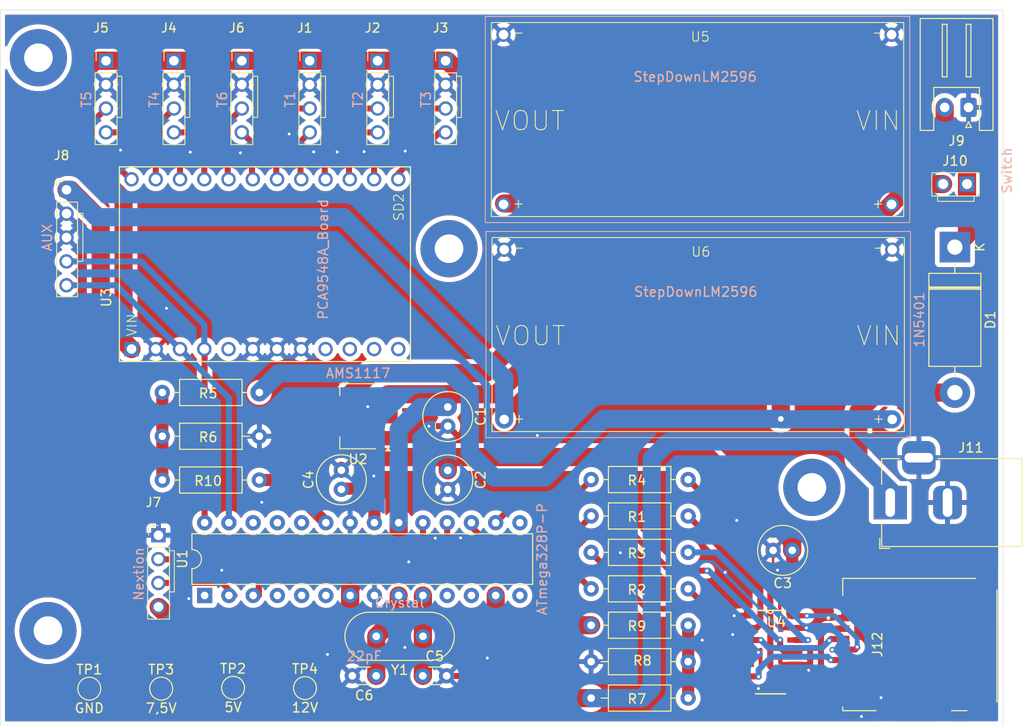
<source format=kicad_pcb>
(kicad_pcb (version 20240108) (generator "pcbnew") (generator_version "8.0")
  (layers (0 "F.Cu" signal) (31 "B.Cu" signal) (34 "B.Paste" user) (35 "F.Paste" user) (36 "B.SilkS" user "B.Silkscreen") (37 "F.SilkS" user "F.Silkscreen") (38 "B.Mask" user) (39 "F.Mask" user) (44 "Edge.Cuts" user))
  (net 0 "")
  (net 1 "Net-(D1-K)")
  (net 2 "12VDC")
  (net 3 "3V3DC")
  (net 4 "5VDC")
  (net 5 "Chg_Indicator")
  (net 6 "Net-(U1-AREF)")
  (net 7 "Net-(U1-XTAL2{slash}PB7)")
  (net 8 "Net-(U1-XTAL1{slash}PB6)")
  (net 9 "CLK")
  (net 10 "MISO")
  (net 11 "Bat_Measure")
  (net 12 "CS")
  (net 13 "RX")
  (net 14 "TX")
  (net 15 "MOSI")
  (net 16 "AUX1")
  (net 17 "Net-(U4-B0)")
  (net 18 "Net-(U4-B1)")
  (net 19 "Net-(U4-B2)")
  (net 20 "SCL")
  (net 21 "AUX2")
  (net 22 "SDA")
  (net 23 "Net-(U4-B3)")
  (net 26 "CLK_L")
  (net 27 "MISO_L")
  (net 28 "CS_L")
  (net 29 "MOSI_L")
  (net 31 "VBatt")
  (net 32 "7V5DC")
  (net 39 "SDA2")
  (net 41 "SDA4")
  (net 42 "SCL5")
  (net 43 "SCL3")
  (net 44 "SCL0")
  (net 45 "SDA1")
  (net 46 "SDA5")
  (net 47 "SCL4")
  (net 48 "SDA3")
  (net 49 "SCL1")
  (net 50 "SCL2")
  (net 51 "SDA0")
  (net 52 "Net-(R10-Pad1)")
  (net 53 "Net-(R7-Pad2)")
  (net 58 "GND")
  (footprint "Project_Fania_Ersa:JST_B4B-XH-A_LF__SN_" (layer "F.Cu") (at 123.3678 71.9074 90)
    (property "Reference" "J6" (at 7.1882 0 0) (layer "F.SilkS") (effects (font (size 0.944882 0.944882))))
    (property "Value" "T6" (at -0.31115 -1.524 90) (layer "B.SilkS"))
    (pad "1" thru_hole rect (at 3.75 0.525 90) (size 1.508 1.508) (drill 1) (layers "*.Cu" "*.Mask") (net 3 "3V3DC"))
    (pad "2" thru_hole circle (at 1.25 0.525 90) (size 1.508 1.508) (drill 1) (layers "*.Cu" "*.Mask") (net 58 "GND"))
    (pad "3" thru_hole circle (at -1.25 0.525 90) (size 1.508 1.508) (drill 1) (layers "*.Cu" "*.Mask") (net 42 "SCL5"))
    (pad "4" thru_hole circle (at -3.75 0.525 90) (size 1.508 1.508) (drill 1) (layers "*.Cu" "*.Mask") (net 46 "SDA5"))
  )
  (footprint "TestPoint:TestPoint_Pad_D2.0mm" (layer "F.Cu") (at 107.92 133.91)
    (property "Reference" "TP1" (at 0 -1.998 0) (layer "F.SilkS"))
    (property "Value" "GND" (at 0 2.05 0) (layer "F.SilkS"))
    (pad "1" smd circle (at 0 0) (size 2 2) (layers "F.Cu" "F.Mask") (net 58 "GND"))
  )
  (footprint "Project_Fania_Ersa:C_Radial" (layer "F.Cu") (at 134.3152 113.0394 90)
    (property "Reference" "C4" (at 1 -3.43535 90) (layer "F.SilkS"))
    (property "Value" "100")
    (fp_text user "-" (at 1.3716 1.7907 90) (layer "F.SilkS") (effects (font (thickness 0.1)) (justify left bottom)))
    (pad "1" thru_hole circle (at 0 0 90) (size 1.6 1.6) (drill 0.8) (layers "*.Cu" "*.Mask") (net 6 "Net-(U1-AREF)"))
    (pad "2" thru_hole circle (at 2 0 90) (size 1.6 1.6) (drill 0.8) (layers "*.Cu" "*.Mask") (net 58 "GND"))
  )
  (footprint "Project_Fania_Ersa:JST_B4B-XH-A_LF__SN_" (layer "F.Cu") (at 109.1438 71.9074 90)
    (property "Reference" "J5" (at 7.1882 0 0) (layer "F.SilkS") (effects (font (size 0.944882 0.944882))))
    (property "Value" "T5" (at -0.31115 -1.524 90) (layer "B.SilkS"))
    (pad "1" thru_hole rect (at 3.75 0.525 90) (size 1.508 1.508) (drill 1) (layers "*.Cu" "*.Mask") (net 3 "3V3DC"))
    (pad "2" thru_hole circle (at 1.25 0.525 90) (size 1.508 1.508) (drill 1) (layers "*.Cu" "*.Mask") (net 58 "GND"))
    (pad "3" thru_hole circle (at -1.25 0.525 90) (size 1.508 1.508) (drill 1) (layers "*.Cu" "*.Mask") (net 47 "SCL4"))
    (pad "4" thru_hole circle (at -3.75 0.525 90) (size 1.508 1.508) (drill 1) (layers "*.Cu" "*.Mask") (net 41 "SDA4"))
  )
  (footprint "" (layer "F.Cu") (at 183.594715 112.836685)
    (property "Reference" "" (at 0 0 0) (layer "F.SilkS") (effects (font (size 1.27 1.27))))
    (property "Value" "")
    (pad "" np_thru_hole oval (at 0 0 180) (size 6 6) (drill 3) (layers "F&B.Cu" "*.Mask"))
  )
  (footprint "TestPoint:TestPoint_Pad_D2.0mm" (layer "F.Cu") (at 115.45 133.91)
    (property "Reference" "TP3" (at 0 -1.998 0) (layer "F.SilkS"))
    (property "Value" "7,5V" (at 0 2.05 0) (layer "F.SilkS"))
    (pad "1" smd circle (at 0 0) (size 2 2) (layers "F.Cu" "F.Mask") (net 32 "7V5DC"))
  )
  (footprint "Project_Fania_Ersa:SOIC127P600X175-14N" (layer "F.Cu") (at 179.266315 130.089685)
    (property "Reference" "U4" (at 0.6096 -3.1496 0) (layer "F.SilkS"))
    (property "Value" "IC-SD")
    (pad "1" smd rect (at -2.54 -3.81) (size 1.6002 0.5588) (layers "F.Cu" "F.Paste" "F.Mask") (net 58 "GND"))
    (pad "2" smd rect (at -2.54 -2.54) (size 1.6002 0.5588) (layers "F.Cu" "F.Paste" "F.Mask") (net 17 "Net-(U4-B0)"))
    (pad "3" smd rect (at -2.54 -1.27) (size 1.6002 0.5588) (layers "F.Cu" "F.Paste" "F.Mask") (net 29 "MOSI_L"))
    (pad "4" smd rect (at -2.54 0) (size 1.6002 0.5588) (layers "F.Cu" "F.Paste" "F.Mask") (net 58 "GND"))
    (pad "5" smd rect (at -2.54 1.27) (size 1.6002 0.5588) (layers "F.Cu" "F.Paste" "F.Mask") (net 18 "Net-(U4-B1)"))
    (pad "6" smd rect (at -2.54 2.54) (size 1.6002 0.5588) (layers "F.Cu" "F.Paste" "F.Mask") (net 26 "CLK_L"))
    (pad "7" smd rect (at -2.54 3.81) (size 1.6002 0.5588) (layers "F.Cu" "F.Paste" "F.Mask") (net 58 "GND"))
    (pad "8" smd rect (at 2.54 3.81) (size 1.6002 0.5588) (layers "F.Cu" "F.Paste" "F.Mask") (net 28 "CS_L"))
    (pad "9" smd rect (at 2.54 2.54) (size 1.6002 0.5588) (layers "F.Cu" "F.Paste" "F.Mask") (net 23 "Net-(U4-B3)"))
    (pad "10" smd rect (at 2.54 1.27) (size 1.6002 0.5588) (layers "F.Cu" "F.Paste" "F.Mask") (net 58 "GND"))
    (pad "11" smd rect (at 2.54 0) (size 1.6002 0.5588) (layers "F.Cu" "F.Paste" "F.Mask") (net 10 "MISO"))
    (pad "12" smd rect (at 2.54 -1.27) (size 1.6002 0.5588) (layers "F.Cu" "F.Paste" "F.Mask") (net 19 "Net-(U4-B2)"))
    (pad "13" smd rect (at 2.54 -2.54) (size 1.6002 0.5588) (layers "F.Cu" "F.Paste" "F.Mask") (net 58 "GND"))
    (pad "14" smd rect (at 2.54 -3.81) (size 1.6002 0.5588) (layers "F.Cu" "F.Paste" "F.Mask") (net 3 "3V3DC"))
  )
  (footprint "Package_DIP:DIP-28_W7.62mm" (layer "F.Cu") (at 120 124.155 90)
    (property "Reference" "U1" (at 3.81 -2.33 90) (layer "F.SilkS"))
    (property "Value" "ATmega328P-P" (at 3.81 35.35 90) (layer "B.SilkS"))
    (pad "1" thru_hole rect (at 0 0 90) (size 1.6 1.6) (drill 0.8) (layers "*.Cu" "*.Mask"))
    (pad "2" thru_hole oval (at 0 2.54 90) (size 1.6 1.6) (drill 0.8) (layers "*.Cu" "*.Mask") (net 13 "RX"))
    (pad "3" thru_hole oval (at 0 5.08 90) (size 1.6 1.6) (drill 0.8) (layers "*.Cu" "*.Mask") (net 14 "TX"))
    (pad "4" thru_hole oval (at 0 7.62 90) (size 1.6 1.6) (drill 0.8) (layers "*.Cu" "*.Mask"))
    (pad "5" thru_hole oval (at 0 10.16 90) (size 1.6 1.6) (drill 0.8) (layers "*.Cu" "*.Mask"))
    (pad "6" thru_hole oval (at 0 12.7 90) (size 1.6 1.6) (drill 0.8) (layers "*.Cu" "*.Mask"))
    (pad "7" thru_hole oval (at 0 15.24 90) (size 1.6 1.6) (drill 0.8) (layers "*.Cu" "*.Mask") (net 4 "5VDC"))
    (pad "8" thru_hole oval (at 0 17.78 90) (size 1.6 1.6) (drill 0.8) (layers "*.Cu" "*.Mask") (net 58 "GND"))
    (pad "9" thru_hole oval (at 0 20.32 90) (size 1.6 1.6) (drill 0.8) (layers "*.Cu" "*.Mask") (net 8 "Net-(U1-XTAL1{slash}PB6)"))
    (pad "10" thru_hole oval (at 0 22.86 90) (size 1.6 1.6) (drill 0.8) (layers "*.Cu" "*.Mask") (net 7 "Net-(U1-XTAL2{slash}PB7)"))
    (pad "11" thru_hole oval (at 0 25.4 90) (size 1.6 1.6) (drill 0.8) (layers "*.Cu" "*.Mask"))
    (pad "12" thru_hole oval (at 0 27.94 90) (size 1.6 1.6) (drill 0.8) (layers "*.Cu" "*.Mask"))
    (pad "13" thru_hole oval (at 0 30.48 90) (size 1.6 1.6) (drill 0.8) (layers "*.Cu" "*.Mask") (net 5 "Chg_Indicator"))
    (pad "14" thru_hole oval (at 0 33.02 90) (size 1.6 1.6) (drill 0.8) (layers "*.Cu" "*.Mask"))
    (pad "15" thru_hole oval (at 7.62 33.02 90) (size 1.6 1.6) (drill 0.8) (layers "*.Cu" "*.Mask"))
    (pad "16" thru_hole oval (at 7.62 30.48 90) (size 1.6 1.6) (drill 0.8) (layers "*.Cu" "*.Mask") (net 12 "CS"))
    (pad "17" thru_hole oval (at 7.62 27.94 90) (size 1.6 1.6) (drill 0.8) (layers "*.Cu" "*.Mask") (net 15 "MOSI"))
    (pad "18" thru_hole oval (at 7.62 25.4 90) (size 1.6 1.6) (drill 0.8) (layers "*.Cu" "*.Mask") (net 10 "MISO"))
    (pad "19" thru_hole oval (at 7.62 22.86 90) (size 1.6 1.6) (drill 0.8) (layers "*.Cu" "*.Mask") (net 9 "CLK"))
    (pad "20" thru_hole oval (at 7.62 20.32 90) (size 1.6 1.6) (drill 0.8) (layers "*.Cu" "*.Mask") (net 4 "5VDC"))
    (pad "21" thru_hole oval (at 7.62 17.78 90) (size 1.6 1.6) (drill 0.8) (layers "*.Cu" "*.Mask") (net 6 "Net-(U1-AREF)"))
    (pad "22" thru_hole oval (at 7.62 15.24 90) (size 1.6 1.6) (drill 0.8) (layers "*.Cu" "*.Mask") (net 58 "GND"))
    (pad "23" thru_hole oval (at 7.62 12.7 90) (size 1.6 1.6) (drill 0.8) (layers "*.Cu" "*.Mask") (net 11 "Bat_Measure"))
    (pad "24" thru_hole oval (at 7.62 10.16 90) (size 1.6 1.6) (drill 0.8) (layers "*.Cu" "*.Mask") (net 16 "AUX1"))
    (pad "25" thru_hole oval (at 7.62 7.62 90) (size 1.6 1.6) (drill 0.8) (layers "*.Cu" "*.Mask") (net 21 "AUX2"))
    (pad "26" thru_hole oval (at 7.62 5.08 90) (size 1.6 1.6) (drill 0.8) (layers "*.Cu" "*.Mask"))
    (pad "27" thru_hole oval (at 7.62 2.54 90) (size 1.6 1.6) (drill 0.8) (layers "*.Cu" "*.Mask") (net 22 "SDA"))
    (pad "28" thru_hole oval (at 7.62 0 90) (size 1.6 1.6) (drill 0.8) (layers "*.Cu" "*.Mask") (net 20 "SCL"))
  )
  (footprint "Project_Fania_Ersa:JST_B4B-XH-A_LF__SN_" (layer "F.Cu") (at 137.5918 71.9074 90)
    (property "Reference" "J2" (at 7.1882 0 0) (layer "F.SilkS") (effects (font (size 0.944882 0.944882))))
    (property "Value" "T2" (at -0.31115 -1.524 90) (layer "B.SilkS"))
    (pad "1" thru_hole rect (at 3.75 0.525 90) (size 1.508 1.508) (drill 1) (layers "*.Cu" "*.Mask") (net 3 "3V3DC"))
    (pad "2" thru_hole circle (at 1.25 0.525 90) (size 1.508 1.508) (drill 1) (layers "*.Cu" "*.Mask") (net 58 "GND"))
    (pad "3" thru_hole circle (at -1.25 0.525 90) (size 1.508 1.508) (drill 1) (layers "*.Cu" "*.Mask") (net 49 "SCL1"))
    (pad "4" thru_hole circle (at -3.75 0.525 90) (size 1.508 1.508) (drill 1) (layers "*.Cu" "*.Mask") (net 45 "SDA1"))
  )
  (footprint "TestPoint:TestPoint_Pad_D2.0mm" (layer "F.Cu") (at 122.98 133.82)
    (property "Reference" "TP2" (at 0 -1.998 0) (layer "F.SilkS"))
    (property "Value" "5V" (at 0 2.05 0) (layer "F.SilkS"))
    (pad "1" smd circle (at 0 0) (size 2 2) (layers "F.Cu" "F.Mask") (net 4 "5VDC"))
  )
  (footprint "Connector_JST:JST_XH_S2B-XH-A_1x02_P2.50mm_Horizontal" (layer "F.Cu") (at 200 73.041285 180)
    (property "Reference" "J9" (at 1.25 -3.5 180) (layer "F.SilkS"))
    (property "Value" "Battery")
    (pad "1" thru_hole roundrect (at 0 0 180) (size 1.7 2) (drill 1) (layers "*.Cu" "*.Mask") (roundrect_rratio 0.147059) (net 58 "GND"))
    (pad "2" thru_hole oval (at 2.5 0 180) (size 1.7 2) (drill 1) (layers "*.Cu" "*.Mask") (net 1 "Net-(D1-K)"))
  )
  (footprint "Project_Fania_Ersa:R_Axial" (layer "F.Cu") (at 120.36425 112.1664)
    (property "Reference" "R10" (at 0 0 0) (layer "F.SilkS"))
    (property "Value" "100")
    (pad "1" thru_hole circle (at -4.79425 -0.1016) (size 1.6 1.6) (drill 0.8) (layers "*.Cu" "*.Mask") (net 52 "Net-(R10-Pad1)"))
    (pad "2" thru_hole oval (at 5.36575 -0.1016) (size 1.6 1.6) (drill 0.8) (layers "*.Cu" "*.Mask") (net 11 "Bat_Measure"))
  )
  (footprint "Project_Fania_Ersa:R_Axial" (layer "F.Cu") (at 120.36425 102.997)
    (property "Reference" "R5" (at 0 0 0) (layer "F.SilkS"))
    (property "Value" "10k")
    (pad "1" thru_hole circle (at -4.79425 -0.1016) (size 1.6 1.6) (drill 0.8) (layers "*.Cu" "*.Mask") (net 52 "Net-(R10-Pad1)"))
    (pad "2" thru_hole oval (at 5.36575 -0.1016) (size 1.6 1.6) (drill 0.8) (layers "*.Cu" "*.Mask") (net 31 "VBatt"))
  )
  (footprint "Capacitor_THT:C_Disc_D3.0mm_W1.6mm_P2.50mm" (layer "F.Cu") (at 137.965 132.57 180)
    (property "Reference" "C6" (at 1.25 -2.05 180) (layer "F.SilkS"))
    (property "Value" "22pF" (at 1.25 2.05 180) (layer "B.SilkS"))
    (pad "1" thru_hole circle (at 0 0 180) (size 1.6 1.6) (drill 0.8) (layers "*.Cu" "*.Mask") (net 8 "Net-(U1-XTAL1{slash}PB6)"))
    (pad "2" thru_hole circle (at 2.5 0 180) (size 1.6 1.6) (drill 0.8) (layers "*.Cu" "*.Mask") (net 58 "GND"))
  )
  (footprint "Package_TO_SOT_SMD:SOT-223-3_TabPin2" (layer "F.Cu") (at 136.0678 105.3846 180)
    (property "Reference" "U2" (at 0 -4.5 180) (layer "F.SilkS"))
    (property "Value" "AMS1117" (at 0 4.5 180) (layer "B.SilkS"))
    (pad "1" smd roundrect (at -3.15 -2.3 180) (size 2 1.5) (layers "F.Cu" "F.Paste" "F.Mask") (net 58 "GND"))
    (pad "2" smd roundrect (at -3.15 0 180) (size 2 1.5) (layers "F.Cu" "F.Paste" "F.Mask") (net 3 "3V3DC"))
    (pad "2" smd roundrect (at 3.15 0 180) (size 2 3.8) (layers "F.Cu" "F.Paste" "F.Mask") (net 3 "3V3DC"))
    (pad "3" smd roundrect (at -3.15 2.3 180) (size 2 1.5) (layers "F.Cu" "F.Paste" "F.Mask") (net 4 "5VDC"))
  )
  (footprint "" (layer "F.Cu") (at 102.594715 67.836685)
    (property "Reference" "" (at 0 0 0) (layer "F.SilkS") (effects (font (size 1.27 1.27))))
    (property "Value" "")
    (pad "" np_thru_hole oval (at 0 0 180) (size 6 6) (drill 3) (layers "*.Cu" "*.Mask"))
  )
  (footprint "Project_Fania_Ersa:JST_B5B-XH-A_LF__SN_" (layer "F.Cu") (at 105.012 86.6686 90)
    (property "Reference" "J8" (at 8.5979 0.0127 180) (layer "F.SilkS") (effects (font (size 0.944882 0.944882))))
    (property "Value" "AUX" (at 0 -1.5 90) (layer "B.SilkS"))
    (pad "1" thru_hole rect (at 5 0.525 90) (size 1.508 1.508) (drill 1) (layers "*.Cu" "*.Mask") (net 32 "7V5DC"))
    (pad "2" thru_hole circle (at 2.5 0.525 90) (size 1.508 1.508) (drill 1) (layers "*.Cu" "*.Mask") (net 58 "GND"))
    (pad "3" thru_hole circle (at 0 0.525 90) (size 1.508 1.508) (drill 1) (layers "*.Cu" "*.Mask") (net 58 "GND"))
    (pad "4" thru_hole circle (at -2.5 0.525 90) (size 1.508 1.508) (drill 1) (layers "*.Cu" "*.Mask") (net 20 "SCL"))
    (pad "5" thru_hole circle (at -5 0.525 90) (size 1.508 1.508) (drill 1) (layers "*.Cu" "*.Mask") (net 22 "SDA"))
  )
  (footprint "Project_Fania_Ersa:R_Axial" (layer "F.Cu") (at 165.27145 127.372532)
    (property "Reference" "R9" (at 0 0 0) (layer "F.SilkS"))
    (property "Value" "100")
    (pad "1" thru_hole circle (at -4.79425 -0.1016) (size 1.6 1.6) (drill 0.8) (layers "*.Cu" "*.Mask") (net 5 "Chg_Indicator"))
    (pad "2" thru_hole oval (at 5.36575 -0.1016) (size 1.6 1.6) (drill 0.8) (layers "*.Cu" "*.Mask") (net 53 "Net-(R7-Pad2)"))
  )
  (footprint "TestPoint:TestPoint_Pad_D2.0mm" (layer "F.Cu") (at 130.51 133.85)
    (property "Reference" "TP4" (at 0 -1.998 0) (layer "F.SilkS"))
    (property "Value" "12V" (at 0 2.05 0) (layer "F.SilkS"))
    (pad "1" smd circle (at 0 0) (size 2 2) (layers "F.Cu" "F.Mask") (net 2 "12VDC"))
  )
  (footprint "Project_Fania_Ersa:R_Axial" (layer "F.Cu") (at 165.27145 123.558299)
    (property "Reference" "R2" (at 0 0 0) (layer "F.SilkS"))
    (property "Value" "3k3")
    (pad "1" thru_hole circle (at -4.79425 -0.1016) (size 1.6 1.6) (drill 0.8) (layers "*.Cu" "*.Mask") (net 9 "CLK"))
    (pad "2" thru_hole oval (at 5.36575 -0.1016) (size 1.6 1.6) (drill 0.8) (layers "*.Cu" "*.Mask") (net 18 "Net-(U4-B1)"))
  )
  (footprint "" (layer "F.Cu") (at 145.594715 87.836685)
    (property "Reference" "" (at 0 0 0) (layer "F.SilkS") (effects (font (size 1.27 1.27))))
    (property "Value" "")
    (pad "" np_thru_hole oval (at 0 0 180) (size 6 6) (drill 3) (layers "F&B.Cu" "*.Mask"))
  )
  (footprint "Project_Fania_Ersa:R_Axial" (layer "F.Cu") (at 165.27145 115.929833)
    (property "Reference" "R1" (at 0 0 0) (layer "F.SilkS"))
    (property "Value" "3k3")
    (pad "1" thru_hole circle (at -4.79425 -0.1016) (size 1.6 1.6) (drill 0.8) (layers "*.Cu" "*.Mask") (net 15 "MOSI"))
    (pad "2" thru_hole oval (at 5.36575 -0.1016) (size 1.6 1.6) (drill 0.8) (layers "*.Cu" "*.Mask") (net 17 "Net-(U4-B0)"))
  )
  (footprint "" (layer "F.Cu") (at 103.594715 127.836685)
    (property "Reference" "" (at 0 0 0) (layer "F.SilkS") (effects (font (size 1.27 1.27))))
    (property "Value" "")
    (pad "" np_thru_hole oval (at 0 0 180) (size 6 6) (drill 3) (layers "F&B.Cu" "*.Mask"))
  )
  (footprint "Project_Fania_Ersa:JST_B4B-XH-A_LF__SN_" (layer "F.Cu") (at 116.2558 71.9074 90)
    (property "Reference" "J4" (at 7.1882 0 0) (layer "F.SilkS") (effects (font (size 0.944882 0.944882))))
    (property "Value" "T4" (at -0.31115 -1.524 90) (layer "B.SilkS"))
    (pad "1" thru_hole rect (at 3.75 0.525 90) (size 1.508 1.508) (drill 1) (layers "*.Cu" "*.Mask") (net 3 "3V3DC"))
    (pad "2" thru_hole circle (at 1.25 0.525 90) (size 1.508 1.508) (drill 1) (layers "*.Cu" "*.Mask") (net 58 "GND"))
    (pad "3" thru_hole circle (at -1.25 0.525 90) (size 1.508 1.508) (drill 1) (layers "*.Cu" "*.Mask") (net 43 "SCL3"))
    (pad "4" thru_hole circle (at -3.75 0.525 90) (size 1.508 1.508) (drill 1) (layers "*.Cu" "*.Mask") (net 48 "SDA3"))
  )
  (footprint "Project_Fania_Ersa:R_Axial" (layer "F.Cu") (at 165.27145 135.001)
    (property "Reference" "R7" (at 0 0 0) (layer "F.SilkS"))
    (property "Value" "33k")
    (pad "1" thru_hole circle (at -4.79425 -0.1016) (size 1.6 1.6) (drill 0.8) (layers "*.Cu" "*.Mask") (net 2 "12VDC"))
    (pad "2" thru_hole oval (at 5.36575 -0.1016) (size 1.6 1.6) (drill 0.8) (layers "*.Cu" "*.Mask") (net 53 "Net-(R7-Pad2)"))
  )
  (footprint "Connector_BarrelJack:BarrelJack_Horizontal" (layer "F.Cu") (at 191.799 114.428 180)
    (property "Reference" "J11" (at -8.45 5.75 180) (layer "F.SilkS"))
    (property "Value" "12VDC In")
    (pad "1" thru_hole rect (at 0 0 180) (size 3.5 3.5) (drill oval 1 3) (layers "*.Cu" "*.Mask") (net 2 "12VDC"))
    (pad "2" thru_hole roundrect (at -6 0 180) (size 3 3.5) (drill oval 1 3) (layers "*.Cu" "*.Mask") (net 58 "GND"))
    (pad "3" thru_hole roundrect (at -3 4.7 180) (size 3.5 3.5) (drill oval 3 1) (layers "*.Cu" "*.Mask") (net 58 "GND"))
  )
  (footprint "Project_Fania_Ersa:JST_B2B-XH-A" (layer "F.Cu") (at 198.590315 80.542685)
    (property "Reference" "J10" (at 0 -1.905 0) (layer "F.SilkS"))
    (property "Value" "Switch" (at 5.4356 -0.889 90) (layer "B.SilkS"))
    (pad "1" thru_hole rect (at 1.25 0.525) (size 1.575 1.575) (drill 1.05) (layers "*.Cu" "*.Mask") (net 1 "Net-(D1-K)"))
    (pad "2" thru_hole circle (at -1.25 0.525) (size 1.575 1.575) (drill 1.05) (layers "*.Cu" "*.Mask") (net 31 "VBatt"))
  )
  (footprint "Project_Fania_Ersa:C_Radial" (layer "F.Cu") (at 145.4658 111.0488 -90)
    (property "Reference" "C2" (at 1 -3.43535 -90) (layer "F.SilkS"))
    (property "Value" "100")
    (fp_text user "-" (at 1.3716 1.7907 -90) (layer "F.SilkS") (effects (font (thickness 0.1)) (justify left bottom)))
    (pad "1" thru_hole circle (at 0 0 270) (size 1.6 1.6) (drill 0.8) (layers "*.Cu" "*.Mask") (net 3 "3V3DC"))
    (pad "2" thru_hole circle (at 2 0 270) (size 1.6 1.6) (drill 0.8) (layers "*.Cu" "*.Mask") (net 58 "GND"))
  )
  (footprint "Project_Fania_Ersa:R_Axial" (layer "F.Cu") (at 165.27145 119.744066)
    (property "Reference" "R3" (at 0 0 0) (layer "F.SilkS"))
    (property "Value" "3k3")
    (pad "1" thru_hole circle (at -4.79425 -0.1016) (size 1.6 1.6) (drill 0.8) (layers "*.Cu" "*.Mask") (net 27 "MISO_L"))
    (pad "2" thru_hole oval (at 5.36575 -0.1016) (size 1.6 1.6) (drill 0.8) (layers "*.Cu" "*.Mask") (net 19 "Net-(U4-B2)"))
  )
  (footprint "Project_Fania_Ersa:C_Radial" (layer "F.Cu") (at 181.5338 119.4308 180)
    (property "Reference" "C3" (at 1 -3.43535 180) (layer "F.SilkS"))
    (property "Value" "100")
    (fp_text user "-" (at 1.3716 1.7907 180) (layer "F.SilkS") (effects (font (thickness 0.1)) (justify left bottom)))
    (pad "1" thru_hole circle (at 0 0 180) (size 1.6 1.6) (drill 0.8) (layers "*.Cu" "*.Mask") (net 3 "3V3DC"))
    (pad "2" thru_hole circle (at 2 0 180) (size 1.6 1.6) (drill 0.8) (layers "*.Cu" "*.Mask") (net 58 "GND"))
  )
  (footprint "Project_Fania_Ersa:JST_B4B-XH-A_LF__SN_" (layer "F.Cu") (at 130.4798 71.9074 90)
    (property "Reference" "J1" (at 7.1882 0 0) (layer "F.SilkS") (effects (font (size 0.944882 0.944882))))
    (property "Value" "T1" (at -0.31115 -1.524 90) (layer "B.SilkS"))
    (pad "1" thru_hole rect (at 3.75 0.525 90) (size 1.508 1.508) (drill 1) (layers "*.Cu" "*.Mask") (net 3 "3V3DC"))
    (pad "2" thru_hole circle (at 1.25 0.525 90) (size 1.508 1.508) (drill 1) (layers "*.Cu" "*.Mask") (net 58 "GND"))
    (pad "3" thru_hole circle (at -1.25 0.525 90) (size 1.508 1.508) (drill 1) (layers "*.Cu" "*.Mask") (net 44 "SCL0"))
    (pad "4" thru_hole circle (at -3.75 0.525 90) (size 1.508 1.508) (drill 1) (layers "*.Cu" "*.Mask") (net 51 "SDA0"))
  )
  (footprint "Project_Fania_Ersa:C_Radial" (layer "F.Cu") (at 145.4658 104.4194 -90)
    (property "Reference" "C1" (at 1 -3.43535 -90) (layer "F.SilkS"))
    (property "Value" "100")
    (fp_text user "-" (at 1.3716 1.7907 -90) (layer "F.SilkS") (effects (font (thickness 0.1)) (justify left bottom)))
    (pad "1" thru_hole circle (at 0 0 270) (size 1.6 1.6) (drill 0.8) (layers "*.Cu" "*.Mask") (net 4 "5VDC"))
    (pad "2" thru_hole circle (at 2 0 270) (size 1.6 1.6) (drill 0.8) (layers "*.Cu" "*.Mask") (net 58 "GND"))
  )
  (footprint "Project_Fania_Ersa:R_Axial" (layer "F.Cu") (at 120.36425 107.5817)
    (property "Reference" "R6" (at 0 0 0) (layer "F.SilkS"))
    (property "Value" "4k7")
    (pad "1" thru_hole circle (at -4.79425 -0.1016) (size 1.6 1.6) (drill 0.8) (layers "*.Cu" "*.Mask") (net 52 "Net-(R10-Pad1)"))
    (pad "2" thru_hole oval (at 5.36575 -0.1016) (size 1.6 1.6) (drill 0.8) (layers "*.Cu" "*.Mask") (net 58 "GND"))
  )
  (footprint "Project_Fania_Ersa:HRS_DM3AT-SF-PEJM5" (layer "F.Cu") (at 194.9 129.295 90)
    (property "Reference" "J12" (at 0 -4.445 -90) (layer "F.SilkS") (effects (font (size 1.001528 1.001528))))
    (property "Value" "MicroSD")
    (pad "1" smd rect (at 2.775 -7.975 90) (size 0.7 1.2) (layers "F.Cu" "F.Paste" "F.Mask") (net 58 "GND"))
    (pad "2" smd rect (at 1.675 -7.975 90) (size 0.7 1.2) (layers "F.Cu" "F.Paste" "F.Mask") (net 28 "CS_L"))
    (pad "3" smd rect (at 0.575 -7.975 90) (size 0.7 1.2) (layers "F.Cu" "F.Paste" "F.Mask") (net 29 "MOSI_L"))
    (pad "4" smd rect (at -0.525 -7.975 90) (size 0.7 1.2) (layers "F.Cu" "F.Paste" "F.Mask") (net 3 "3V3DC"))
    (pad "5" smd rect (at -1.625 -7.975 90) (size 0.7 1.2) (layers "F.Cu" "F.Paste" "F.Mask") (net 26 "CLK_L"))
    (pad "6" smd rect (at -2.725 -7.975 90) (size 0.7 1.2) (layers "F.Cu" "F.Paste" "F.Mask") (net 58 "GND"))
    (pad "7" smd rect (at -3.825 -7.975 90) (size 0.7 1.2) (layers "F.Cu" "F.Paste" "F.Mask") (net 27 "MISO_L"))
    (pad "8" smd rect (at -4.925 -7.975 90) (size 0.7 1.2) (layers "F.Cu" "F.Paste" "F.Mask"))
    (pad "9" smd rect (at -6.825 2.525 90) (size 1 0.8) (layers "F.Cu" "F.Paste" "F.Mask") (net 58 "GND"))
    (pad "9" smd rect (at -5.875 -7.975 90) (size 0.7 1.2) (layers "F.Cu" "F.Paste" "F.Mask") (net 58 "GND"))
    (pad "10" smd rect (at -6.825 -3.675 90) (size 1 1.2) (layers "F.Cu" "F.Paste" "F.Mask") (net 58 "GND"))
    (pad "10" smd rect (at 4.325 -7.975 90) (size 1 1.2) (layers "F.Cu" "F.Paste" "F.Mask") (net 58 "GND"))
    (pad "11" smd rect (at -6.825 6.675 90) (size 1 2.8) (layers "F.Cu" "F.Paste" "F.Mask") (net 58 "GND"))
    (pad "11" smd rect (at 6.675 7.125 90) (size 1.3 1.9) (layers "F.Cu" "F.Paste" "F.Mask") (net 58 "GND"))
    (zone (net 0) (net_name "") (layer "F.Cu") (connect_pads (clearance 0)) (min_thickness 0.01)
      (keepout (tracks not_allowed) (vias not_allowed) (pads not_allowed) (copperpour not_allowed) (footprints allowed))
      (fill (thermal_gap 0.508) (thermal_bridge_width 0.508))
      (polygon (pts (xy 187.375 136.52) (xy 187.375 135.77) (xy 190.625 135.77) (xy 190.625 136.52)))
    )
    (zone (net 0) (net_name "") (layer "F.Cu") (connect_pads (clearance 0)) (min_thickness 0.01)
      (keepout (tracks not_allowed) (vias not_allowed) (pads not_allowed) (copperpour not_allowed) (footprints allowed))
      (fill (thermal_gap 0.508) (thermal_bridge_width 0.508))
      (polygon (pts (xy 191.825 136.52) (xy 191.825 135.77) (xy 195.425 135.77) (xy 195.425 136.52)))
    )
    (zone (net 0) (net_name "") (layer "F.Cu") (connect_pads (clearance 0)) (min_thickness 0.01)
      (keepout (tracks not_allowed) (vias not_allowed) (pads not_allowed) (copperpour not_allowed) (footprints allowed))
      (fill (thermal_gap 0.508) (thermal_bridge_width 0.508))
      (polygon (pts (xy 191.925 134.72) (xy 191.925 126.02) (xy 193.525 126.02) (xy 193.525 134.72)))
    )
    (zone (net 0) (net_name "") (layer "F.Cu") (connect_pads (clearance 0)) (min_thickness 0.01)
      (keepout (tracks not_allowed) (vias not_allowed) (pads not_allowed) (copperpour not_allowed) (footprints allowed))
      (fill (thermal_gap 0.508) (thermal_bridge_width 0.508))
      (polygon (pts (xy 193.225 135.42) (xy 193.225 134.72) (xy 200.825 134.72) (xy 200.825 135.42)))
    )
    (zone (net 0) (net_name "") (layer "F.Cu") (connect_pads (clearance 0)) (min_thickness 0.01)
      (keepout (tracks not_allowed) (vias not_allowed) (pads not_allowed) (copperpour not_allowed) (footprints allowed))
      (fill (thermal_gap 0.508) (thermal_bridge_width 0.508))
      (polygon (pts (xy 201.625 126.37) (xy 201.625 123.82) (xy 202.975 123.82) (xy 202.975 126.37)))
    )
  )
  (footprint "Project_Fania_Ersa:R_Axial" (layer "F.Cu") (at 165.27145 112.1156)
    (property "Reference" "R4" (at 0 0 0) (layer "F.SilkS"))
    (property "Value" "3k3")
    (pad "1" thru_hole circle (at -4.79425 -0.1016) (size 1.6 1.6) (drill 0.8) (layers "*.Cu" "*.Mask") (net 12 "CS"))
    (pad "2" thru_hole oval (at 5.36575 -0.1016) (size 1.6 1.6) (drill 0.8) (layers "*.Cu" "*.Mask") (net 23 "Net-(U4-B3)"))
  )
  (footprint "Project_Fania_Ersa:JST_B4B-XH-A_LF__SN_" (layer "F.Cu") (at 114.6386 121.599 90)
    (property "Reference" "J7" (at 7.1882 0 0) (layer "F.SilkS") (effects (font (size 0.944882 0.944882))))
    (property "Value" "Nextion" (at -0.31115 -1.524 90) (layer "B.SilkS"))
    (pad "1" thru_hole rect (at 3.75 0.525 90) (size 1.508 1.508) (drill 1) (layers "*.Cu" "*.Mask") (net 58 "GND"))
    (pad "2" thru_hole circle (at 1.25 0.525 90) (size 1.508 1.508) (drill 1) (layers "*.Cu" "*.Mask") (net 14 "TX"))
    (pad "3" thru_hole circle (at -1.25 0.525 90) (size 1.508 1.508) (drill 1) (layers "*.Cu" "*.Mask") (net 13 "RX"))
    (pad "4" thru_hole circle (at -3.75 0.525 90) (size 1.508 1.508) (drill 1) (layers "*.Cu" "*.Mask") (net 4 "5VDC"))
  )
  (footprint "Project_Fania_Ersa:JST_B4B-XH-A_LF__SN_" (layer "F.Cu") (at 144.7038 71.9074 90)
    (property "Reference" "J3" (at 7.1882 0 0) (layer "F.SilkS") (effects (font (size 0.944882 0.944882))))
    (property "Value" "T3" (at -0.31115 -1.524 90) (layer "B.SilkS"))
    (pad "1" thru_hole rect (at 3.75 0.525 90) (size 1.508 1.508) (drill 1) (layers "*.Cu" "*.Mask") (net 3 "3V3DC"))
    (pad "2" thru_hole circle (at 1.25 0.525 90) (size 1.508 1.508) (drill 1) (layers "*.Cu" "*.Mask") (net 58 "GND"))
    (pad "3" thru_hole circle (at -1.25 0.525 90) (size 1.508 1.508) (drill 1) (layers "*.Cu" "*.Mask") (net 50 "SCL2"))
    (pad "4" thru_hole circle (at -3.75 0.525 90) (size 1.508 1.508) (drill 1) (layers "*.Cu" "*.Mask") (net 39 "SDA2"))
  )
  (footprint "Project_Fania_Ersa:R_Axial" (layer "F.Cu") (at 165.84295 130.983565 180)
    (property "Reference" "R8" (at 0 0 180) (layer "F.SilkS"))
    (property "Value" "22k")
    (pad "1" thru_hole circle (at -4.79425 -0.1016 180) (size 1.6 1.6) (drill 0.8) (layers "*.Cu" "*.Mask") (net 53 "Net-(R7-Pad2)"))
    (pad "2" thru_hole oval (at 5.36575 -0.1016 180) (size 1.6 1.6) (drill 0.8) (layers "*.Cu" "*.Mask") (net 58 "GND"))
  )
  (footprint "Capacitor_THT:C_Disc_D3.0mm_W1.6mm_P2.50mm" (layer "F.Cu") (at 142.8418 132.57)
    (property "Reference" "C5" (at 1.25 -2.05 0) (layer "F.SilkS"))
    (property "Value" "22pF")
    (pad "1" thru_hole circle (at 0 0) (size 1.6 1.6) (drill 0.8) (layers "*.Cu" "*.Mask") (net 7 "Net-(U1-XTAL2{slash}PB7)"))
    (pad "2" thru_hole circle (at 2.5 0) (size 1.6 1.6) (drill 0.8) (layers "*.Cu" "*.Mask") (net 58 "GND"))
  )
  (footprint "Crystal:Crystal_HC49-4H_Vertical" (layer "F.Cu") (at 142.86 128.43 180)
    (property "Reference" "Y1" (at 2.44 -3.525 180) (layer "F.SilkS"))
    (property "Value" "Crystal" (at 2.44 3.525 180) (layer "B.SilkS"))
    (pad "1" thru_hole circle (at 0 0 180) (size 1.5 1.5) (drill 0.8) (layers "*.Cu" "*.Mask") (net 7 "Net-(U1-XTAL2{slash}PB7)"))
    (pad "2" thru_hole circle (at 4.88 0 180) (size 1.5 1.5) (drill 0.8) (layers "*.Cu" "*.Mask") (net 8 "Net-(U1-XTAL1{slash}PB6)"))
  )
  (footprint "Project_Fania_Ersa:PCA9548A" (layer "F.Cu") (at 127.5842 89.4588 90)
    (property "Reference" "U3" (at -3.5052 -17.8816 90) (layer "F.SilkS"))
    (property "Value" "PCA9548A_Board" (at 0.508 4.826 90) (layer "B.SilkS"))
    (fp_text user "SD2" (at 4.445 13.335 90) (layer "F.SilkS") (effects (font (thickness 0.1)) (justify left bottom)))
    (fp_text user "VIN" (at -7.62 -14.605 90) (layer "F.SilkS") (effects (font (thickness 0.1)) (justify left bottom)))
    (pad "1" thru_hole rect (at -8.89 -15.24 90) (size 1.508 1.508) (drill 1) (layers "*.Cu" "*.Mask") (net 3 "3V3DC"))
    (pad "2" thru_hole circle (at -8.89 -12.7 90) (size 1.508 1.508) (drill 1) (layers "*.Cu" "*.Mask") (net 58 "GND"))
    (pad "3" thru_hole circle (at -8.89 -10.16 90) (size 1.508 1.508) (drill 1) (layers "*.Cu" "*.Mask") (net 22 "SDA"))
    (pad "4" thru_hole circle (at -8.89 -7.62 90) (size 1.508 1.508) (drill 1) (layers "*.Cu" "*.Mask") (net 20 "SCL"))
    (pad "5" thru_hole circle (at -8.89 -5.08 90) (size 1.508 1.508) (drill 1) (layers "*.Cu" "*.Mask"))
    (pad "6" thru_hole circle (at -8.89 -2.54 90) (size 1.508 1.508) (drill 1) (layers "*.Cu" "*.Mask") (net 58 "GND"))
    (pad "7" thru_hole circle (at -8.89 0 90) (size 1.508 1.508) (drill 1) (layers "*.Cu" "*.Mask") (net 58 "GND"))
    (pad "8" thru_hole circle (at -8.89 2.54 90) (size 1.508 1.508) (drill 1) (layers "*.Cu" "*.Mask") (net 58 "GND"))
    (pad "9" thru_hole circle (at -8.89 5.08 90) (size 1.508 1.508) (drill 1) (layers "*.Cu" "*.Mask"))
    (pad "10" thru_hole circle (at -8.89 7.62 90) (size 1.508 1.508) (drill 1) (layers "*.Cu" "*.Mask"))
    (pad "11" thru_hole circle (at -8.89 10.16 90) (size 1.508 1.508) (drill 1) (layers "*.Cu" "*.Mask"))
    (pad "12" thru_hole circle (at -8.89 12.7 90) (size 1.508 1.508) (drill 1) (layers "*.Cu" "*.Mask"))
    (pad "13" thru_hole circle (at 8.89 12.7 90) (size 1.508 1.508) (drill 1) (layers "*.Cu" "*.Mask") (net 39 "SDA2"))
    (pad "14" thru_hole circle (at 8.89 10.16 90) (size 1.508 1.508) (drill 1) (layers "*.Cu" "*.Mask") (net 50 "SCL2"))
    (pad "15" thru_hole circle (at 8.89 7.62 90) (size 1.508 1.508) (drill 1) (layers "*.Cu" "*.Mask") (net 45 "SDA1"))
    (pad "16" thru_hole circle (at 8.89 5.08 90) (size 1.508 1.508) (drill 1) (layers "*.Cu" "*.Mask") (net 49 "SCL1"))
    (pad "17" thru_hole circle (at 8.89 2.54 90) (size 1.508 1.508) (drill 1) (layers "*.Cu" "*.Mask") (net 51 "SDA0"))
    (pad "18" thru_hole circle (at 8.89 0 90) (size 1.508 1.508) (drill 1) (layers "*.Cu" "*.Mask") (net 44 "SCL0"))
    (pad "19" thru_hole circle (at 8.89 -2.54 90) (size 1.508 1.508) (drill 1) (layers "*.Cu" "*.Mask") (net 46 "SDA5"))
    (pad "20" thru_hole circle (at 8.89 -5.08 90) (size 1.508 1.508) (drill 1) (layers "*.Cu" "*.Mask") (net 42 "SCL5"))
    (pad "21" thru_hole circle (at 8.89 -7.62 90) (size 1.508 1.508) (drill 1) (layers "*.Cu" "*.Mask") (net 48 "SDA3"))
    (pad "22" thru_hole circle (at 8.89 -10.16 90) (size 1.508 1.508) (drill 1) (layers "*.Cu" "*.Mask") (net 43 "SCL3"))
    (pad "23" thru_hole circle (at 8.89 -12.7 90) (size 1.508 1.508) (drill 1) (layers "*.Cu" "*.Mask") (net 41 "SDA4"))
    (pad "24" thru_hole circle (at 8.89 -15.24 90) (size 1.508 1.508) (drill 1) (layers "*.Cu" "*.Mask") (net 47 "SCL4"))
  )
  (footprint "Project_Fania_Ersa:Step_Down_DCDC" (layer "F.Cu") (at 171.62 74.31)
    (property "Reference" "U5" (at 0.2794 -8.6614 0) (layer "F.SilkS") (effects (font (thickness 0.1))))
    (property "Value" "StepDownLM2596" (at -0.254 -4.4704 0) (layer "B.SilkS"))
    (fp_text user "VIN" (at 16.46555 1.3081 0) (layer "F.SilkS") (effects (font (size 2 2) (thickness 0.1)) (justify left bottom)))
    (fp_text user "+" (at 18.2118 9.36625 0) (layer "F.SilkS") (effects (font (thickness 0.1)) (justify left bottom)))
    (fp_text user "-" (at 18.2118 -8.54075 0) (layer "F.SilkS") (effects (font (thickness 0.1)) (justify left bottom)))
    (fp_text user "VOUT" (at -21.3487 1.3081 0) (layer "F.SilkS") (effects (font (size 2 2) (thickness 0.1)) (justify left bottom)))
    (fp_text user "-" (at -19.4437 -8.54075 0) (layer "F.SilkS") (effects (font (thickness 0.1)) (justify left bottom)))
    (fp_text user "+" (at -19.4437 9.3599 0) (layer "F.SilkS") (effects (font (thickness 0.1)) (justify left bottom)))
    (pad "1" thru_hole circle (at 20.32 8.89 180) (size 1.508 1.508) (drill 1) (layers "*.Cu" "*.Mask") (net 31 "VBatt"))
    (pad "2" thru_hole circle (at 20.32 -8.89 180) (size 1.508 1.508) (drill 1) (layers "*.Cu" "*.Mask") (net 58 "GND"))
    (pad "3" thru_hole circle (at -20.32 -8.89 180) (size 1.508 1.508) (drill 1) (layers "*.Cu" "*.Mask") (net 58 "GND"))
    (pad "4" thru_hole circle (at -20.32 8.89 180) (size 1.508 1.508) (drill 1) (layers "*.Cu" "*.Mask") (net 4 "5VDC"))
  )
  (footprint "Project_Fania_Ersa:Step_Down_DCDC" (layer "F.Cu") (at 171.69 96.83)
    (property "Reference" "U6" (at 0.2794 -8.6614 0) (layer "F.SilkS") (effects (font (thickness 0.1))))
    (property "Value" "StepDownLM2596" (at -0.254 -4.4704 0) (layer "B.SilkS"))
    (fp_text user "+" (at 18.2118 9.36625 0) (layer "F.SilkS") (effects (font (thickness 0.1)) (justify left bottom)))
    (fp_text user "+" (at -19.4437 9.3599 0) (layer "F.SilkS") (effects (font (thickness 0.1)) (justify left bottom)))
    (fp_text user "VOUT" (at -21.3487 1.3081 0) (layer "F.SilkS") (effects (font (size 2 2) (thickness 0.1)) (justify left bottom)))
    (fp_text user "VIN" (at 16.46555 1.3081 0) (layer "F.SilkS") (effects (font (size 2 2) (thickness 0.1)) (justify left bottom)))
    (fp_text user "-" (at -19.4437 -8.54075 0) (layer "F.SilkS") (effects (font (thickness 0.1)) (justify left bottom)))
    (fp_text user "-" (at 18.2118 -8.54075 0) (layer "F.SilkS") (effects (font (thickness 0.1)) (justify left bottom)))
    (pad "1" thru_hole circle (at 20.32 8.89 180) (size 1.508 1.508) (drill 1) (layers "*.Cu" "*.Mask") (net 31 "VBatt"))
    (pad "2" thru_hole circle (at 20.32 -8.89 180) (size 1.508 1.508) (drill 1) (layers "*.Cu" "*.Mask") (net 58 "GND"))
    (pad "3" thru_hole circle (at -20.32 -8.89 180) (size 1.508 1.508) (drill 1) (layers "*.Cu" "*.Mask") (net 58 "GND"))
    (pad "4" thru_hole circle (at -20.32 8.89 180) (size 1.508 1.508) (drill 1) (layers "*.Cu" "*.Mask") (net 32 "7V5DC"))
  )
  (footprint "Diode_THT:D_DO-201AD_P15.24mm_Horizontal" (layer "F.Cu") (at 198.570315 87.671685 -90)
    (property "Reference" "D1" (at 7.62 -3.72 -90) (layer "F.SilkS"))
    (property "Value" "1N5401" (at 7.62 3.72 -90) (layer "B.SilkS"))
    (fp_text user "K" (at 0 -2.6 -90) (layer "F.SilkS"))
    (pad "1" thru_hole rect (at 0 0 270) (size 3.2 3.2) (drill 1.6) (layers "*.Cu" "*.Mask") (net 1 "Net-(D1-K)"))
    (pad "2" thru_hole oval (at 15.24 0 270) (size 3.2 3.2) (drill 1.6) (layers "*.Cu" "*.Mask") (net 2 "12VDC"))
  )
  (gr_rect (start 98.594715 62.836685) (end 203.594715 137.836685) (stroke (width 0.05)) (fill none) (layer "Edge.Cuts"))
  (segment (start 199.840315 78.250515) (end 199.840315 81.067685) (width 1.905) (layer "F.Cu") (net 1))
  (segment (start 197.5 73.041285) (end 197.5 75.9102) (width 1.905) (layer "F.Cu") (net 1))
  (segment (start 198.570315 87.671685) (end 199.840315 86.401685) (width 1.905) (layer "F.Cu") (net 1))
  (segment (start 197.5 75.9102) (end 199.840315 78.250515) (width 1.905) (layer "F.Cu") (net 1))
  (segment (start 199.840315 86.401685) (end 199.840315 81.067685) (width 1.905) (layer "F.Cu") (net 1))
  (segment (start 130.51 133.85) (end 131.57 134.91) (width 1.905) (layer "F.Cu") (net 2))
  (segment (start 198.570315 102.911685) (end 198.088315 102.911685) (width 1.27) (layer "F.Cu") (net 2))
  (segment (start 198.570315 102.911685) (end 190.458315 102.911685) (width 1.905) (layer "F.Cu") (net 2))
  (segment (start 192.09 113.477) (end 192.09 115.065) (width 1.905) (layer "F.Cu") (net 2))
  (segment (start 131.57 134.91) (end 160.47 134.91) (width 1.905) (layer "F.Cu") (net 2))
  (segment (start 188.468 104.902) (end 188.468 109.855) (width 1.905) (layer "F.Cu") (net 2))
  (segment (start 190.458315 102.911685) (end 188.468 104.902) (width 1.905) (layer "F.Cu") (net 2))
  (segment (start 188.468 109.855) (end 192.09 113.477) (width 1.905) (layer "F.Cu") (net 2))
  (segment (start 166.820315 109.829685) (end 166.820315 133.899685) (width 1.905) (layer "B.Cu") (net 2))
  (segment (start 191.799 114.986) (end 191.799 113.149) (width 1.905) (layer "B.Cu") (net 2))
  (segment (start 186.68 108.03) (end 168.62 108.03) (width 1.905) (layer "B.Cu") (net 2))
  (segment (start 165.81 134.91) (end 160.47 134.91) (width 1.905) (layer "B.Cu") (net 2))
  (segment (start 168.62 108.03) (end 166.820315 109.829685) (width 1.905) (layer "B.Cu") (net 2))
  (segment (start 191.799 113.149) (end 186.68 108.03) (width 1.905) (layer "B.Cu") (net 2))
  (segment (start 166.820315 133.899685) (end 165.81 134.91) (width 1.905) (layer "B.Cu") (net 2))
  (segment (start 188.341 129.55) (end 188.341 129.60163) (width 0.635) (layer "F.Cu") (net 3))
  (segment (start 172.714146 109.66) (end 137.219 109.66) (width 1.905) (layer "F.Cu") (net 3))
  (segment (start 111.505815 97.510415) (end 111.505815 82.675815) (width 1.905) (layer "F.Cu") (net 3))
  (segment (start 155 88.17) (end 155 95.2662) (width 1.905) (layer "F.Cu") (net 3))
  (segment (start 152.41 85.58) (end 155 88.17) (width 1.905) (layer "F.Cu") (net 3))
  (segment (start 132.936315 105.377315) (end 132.936315 105.403115) (width 1.905) (layer "F.Cu") (net 3))
  (segment (start 181.536315 119.428285) (end 181.536315 118.482169) (width 1.905) (layer "F.Cu") (net 3))
  (segment (start 181.806315 126.279685) (end 183.076315 126.279685) (width 0.508) (layer "F.Cu") (net 3))
  (segment (start 181.536315 118.482169) (end 172.714146 109.66) (width 1.905) (layer "F.Cu") (net 3))
  (segment (start 139.2178 105.3846) (end 132.9178 105.3846) (width 0.635) (layer "F.Cu") (net 3))
  (segment (start 181.5338 119.4308) (end 181.536315 119.428285) (width 1.905) (layer "F.Cu") (net 3))
  (segment (start 106.422315 77.592315) (end 106.422315 70.260085) (width 1.905) (layer "F.Cu") (net 3))
  (segment (start 181.536315 126.009685) (end 181.536315 119.5) (width 1.27) (layer "F.Cu") (net 3))
  (segment (start 109.6688 68.1574) (end 145.2288 68.1574) (width 1.905) (layer "F.Cu") (net 3))
  (segment (start 145.424999 68.1574) (end 147.770315 70.502716) (width 1.905) (layer "F.Cu") (net 3))
  (segment (start 150.604 85.58) (end 152.41 85.58) (width 1.905) (layer "F.Cu") (net 3))
  (segment (start 106.422315 70.260085) (end 108.525 68.1574) (width 1.905) (layer "F.Cu") (net 3))
  (segment (start 145.4658 109.6518) (end 145.4658 111.0488) (width 1.905) (layer "F.Cu") (net 3))
  (segment (start 149.4028 100.8634) (end 137.439 100.8634) (width 1.905) (layer "F.Cu") (net 3))
  (segment (start 147.770315 70.502716) (end 147.770315 82.746315) (width 1.905) (layer "F.Cu") (net 3))
  (segment (start 137.439 100.8634) (end 132.9178 105.3846) (width 1.905) (layer "F.Cu") (net 3))
  (segment (start 108.525 68.1574) (end 109.6688 68.1574) (width 1.905) (layer "F.Cu") (net 3))
  (segment (start 147.770315 82.746315) (end 150.604 85.58) (width 1.905) (layer "F.Cu") (net 3))
  (segment (start 187.093 129.82) (end 187.084 129.829) (width 0.635) (layer "F.Cu") (net 3))
  (segment (start 145.2288 68.1574) (end 145.424999 68.1574) (width 1.905) (layer "F.Cu") (net 3))
  (segment (start 111.505815 82.675815) (end 106.422315 77.592315) (width 1.905) (layer "F.Cu") (net 3))
  (segment (start 188.341 129.60163) (end 188.12263 129.82) (width 0.635) (layer "F.Cu") (net 3))
  (segment (start 188.12263 129.82) (end 187.093 129.82) (width 0.635) (layer "F.Cu") (net 3))
  (segment (start 155 95.2662) (end 149.4028 100.8634) (width 1.905) (layer "F.Cu") (net 3))
  (segment (start 112.3442 98.3488) (end 111.505815 97.510415) (width 1.905) (layer "F.Cu") (net 3))
  (segment (start 137.219 109.66) (end 132.936315 105.377315) (width 1.905) (layer "F.Cu") (net 3))
  (via (at 183.076315 126.279685) (size 0.6) (drill 0.3) (layers "F.Cu" "B.Cu") (net 3))
  (via (at 188.341 129.55) (size 0.6) (drill 0.3) (layers "F.Cu" "B.Cu") (net 3))
  (segment (start 188.341 129.55) (end 188.341 128.651) (width 0.508) (layer "B.Cu") (net 3))
  (segment (start 188.341 128.651) (end 185.969685 126.279685) (width 0.508) (layer "B.Cu") (net 3))
  (segment (start 185.969685 126.279685) (end 183.076315 126.279685) (width 0.508) (layer "B.Cu") (net 3))
  (segment (start 117.2472 127.4318) (end 115.1806 125.3652) (width 1.905) (layer "F.Cu") (net 4))
  (segment (start 150.5598 103.0846) (end 145.545 103.0846) (width 1.905) (layer "F.Cu") (net 4))
  (segment (start 145.545 103.0846) (end 139.2178 103.0846) (width 1.905) (layer "F.Cu") (net 4))
  (segment (start 157.4546 96.1898) (end 150.5598 103.0846) (width 1.905) (layer "F.Cu") (net 4))
  (segment (start 122.98 133.82) (end 122.98 127.4318) (width 1.905) (layer "F.Cu") (net 4))
  (segment (start 145.4658 103.1638) (end 145.4658 104.4194) (width 1.905) (layer "F.Cu") (net 4))
  (segment (start 133.09457 127.4318) (end 135.24 125.28637) (width 1.905) (layer "F.Cu") (net 4))
  (segment (start 157.4546 87.1728) (end 157.4546 96.1898) (width 1.905) (layer "F.Cu") (net 4))
  (segment (start 151.36 83.099685) (end 153.381485 83.099685) (width 1.905) (layer "F.Cu") (net 4))
  (segment (start 135.24 123.21) (end 140.32 118.13) (width 1.905) (layer "F.Cu") (net 4))
  (segment (start 135.24 124.155) (end 135.24 123.21) (width 1.905) (layer "F.Cu") (net 4))
  (segment (start 140.32 118.13) (end 140.32 116.535) (width 1.905) (layer "F.Cu") (net 4))
  (segment (start 153.381485 83.099685) (end 157.4546 87.1728) (width 1.905) (layer "F.Cu") (net 4))
  (segment (start 135.24 125.28637) (end 135.24 124.155) (width 1.905) (layer "F.Cu") (net 4))
  (segment (start 145.545 103.0846) (end 145.4658 103.1638) (width 1.905) (layer "F.Cu") (net 4))
  (segment (start 117.2472 127.4318) (end 133.09457 127.4318) (width 1.905) (layer "F.Cu") (net 4))
  (segment (start 140.32 106.7712) (end 140.32 116.535) (width 1.905) (layer "B.Cu") (net 4))
  (segment (start 142.6718 104.4194) (end 140.32 106.7712) (width 1.905) (layer "B.Cu") (net 4))
  (segment (start 145.4658 104.4194) (end 142.6718 104.4194) (width 1.905) (layer "B.Cu") (net 4))
  (segment (start 151.735932 127.270932) (end 150.48 126.015) (width 1.905) (layer "F.Cu") (net 5))
  (segment (start 150.48 126.015) (end 150.48 124.155) (width 1.905) (layer "F.Cu") (net 5))
  (segment (start 160.4772 127.270932) (end 151.735932 127.270932) (width 1.905) (layer "F.Cu") (net 5))
  (segment (start 136.489133 112.968733) (end 134.385866 112.968733) (width 1.27) (layer "F.Cu") (net 6))
  (segment (start 136.489133 112.968733) (end 137.78 114.2596) (width 1.27) (layer "F.Cu") (net 6))
  (segment (start 137.78 114.2596) (end 137.78 116.535) (width 1.27) (layer "F.Cu") (net 6))
  (segment (start 142.86 132.5518) (end 142.8418 132.57) (width 1.905) (layer "F.Cu") (net 7))
  (segment (start 142.86 124.155) (end 142.86 128.43) (width 1.905) (layer "F.Cu") (net 7))
  (segment (start 142.86 128.43) (end 142.86 132.5518) (width 1.905) (layer "F.Cu") (net 7))
  (segment (start 137.98 128.43) (end 137.98 132.555) (width 1.905) (layer "F.Cu") (net 8))
  (segment (start 137.98 132.555) (end 137.965 132.57) (width 1.905) (layer "F.Cu") (net 8))
  (segment (start 140.32 126.09) (end 137.98 128.43) (width 1.905) (layer "F.Cu") (net 8))
  (segment (start 140.32 124.155) (end 140.32 126.09) (width 1.905) (layer "F.Cu") (net 8))
  (segment (start 146.7612 122.2248) (end 142.86 118.3236) (width 0.635) (layer "F.Cu") (net 9))
  (segment (start 142.86 118.3236) (end 142.86 116.535) (width 0.635) (layer "F.Cu") (net 9))
  (segment (start 159.211959 122.2248) (end 146.7612 122.2248) (width 0.635) (layer "F.Cu") (net 9))
  (segment (start 160.470315 123.483156) (end 159.211959 122.2248) (width 0.635) (layer "F.Cu") (net 9))
  (segment (start 160.470315 123.485685) (end 160.470315 123.483156) (width 0.635) (layer "F.Cu") (net 9))
  (segment (start 157.7086 120.2944) (end 147.5994 120.2944) (width 0.635) (layer "F.Cu") (net 10))
  (segment (start 147.5994 120.2944) (end 145.4 118.095) (width 0.635) (layer "F.Cu") (net 10))
  (segment (start 172.605 121.56) (end 168.714403 121.56) (width 0.635) (layer "F.Cu") (net 10))
  (segment (start 164.781803 117.6274) (end 160.3756 117.6274) (width 0.635) (layer "F.Cu") (net 10))
  (segment (start 168.714403 121.56) (end 164.781803 117.6274) (width 0.635) (layer "F.Cu") (net 10))
  (segment (start 145.4 118.095) (end 145.4 116.535) (width 0.635) (layer "F.Cu") (net 10))
  (segment (start 160.3756 117.6274) (end 157.7086 120.2944) (width 0.635) (layer "F.Cu") (net 10))
  (segment (start 180.27 129.6) (end 180.759685 130.089685) (width 0.635) (layer "F.Cu") (net 10))
  (segment (start 180.759685 130.089685) (end 181.806315 130.089685) (width 0.635) (layer "F.Cu") (net 10))
  (segment (start 180.27 128.79) (end 180.27 129.6) (width 0.635) (layer "F.Cu") (net 10))
  (via (at 180.27 128.79) (size 0.6) (drill 0.3) (layers "F.Cu" "B.Cu") (net 10))
  (via (at 172.605 121.56) (size 0.6) (drill 0.3) (layers "F.Cu" "B.Cu") (net 10))
  (segment (start 172.785 121.56) (end 180.015 128.79) (width 0.635) (layer "B.Cu") (net 10))
  (segment (start 180.015 128.79) (end 180.27 128.79) (width 0.635) (layer "B.Cu") (net 10))
  (segment (start 172.605 121.56) (end 172.785 121.56) (width 0.635) (layer "B.Cu") (net 10))
  (segment (start 128.2298 112.0648) (end 125.73 112.0648) (width 1.27) (layer "F.Cu") (net 11))
  (segment (start 132.7 116.535) (end 128.2298 112.0648) (width 1.27) (layer "F.Cu") (net 11))
  (segment (start 152.8166 114.1984) (end 150.48 116.535) (width 0.635) (layer "F.Cu") (net 12))
  (segment (start 158.3276 114.1984) (end 152.8166 114.1984) (width 0.635) (layer "F.Cu") (net 12))
  (segment (start 160.470315 112.055685) (end 158.3276 114.1984) (width 0.635) (layer "F.Cu") (net 12))
  (segment (start 123.132315 124.1552) (end 121.814815 122.8377) (width 0.635) (layer "F.Cu") (net 13))
  (segment (start 115.2081 122.8377) (end 115.1806 122.8652) (width 0.635) (layer "F.Cu") (net 13))
  (segment (start 121.814815 122.8377) (end 115.2081 122.8377) (width 0.635) (layer "F.Cu") (net 13))
  (segment (start 115.1806 120.3652) (end 123.31383 120.3652) (width 0.635) (layer "F.Cu") (net 14))
  (segment (start 125.672315 122.723685) (end 125.672315 124.1552) (width 0.635) (layer "F.Cu") (net 14))
  (segment (start 123.31383 120.3652) (end 125.672315 122.723685) (width 0.635) (layer "F.Cu") (net 14))
  (segment (start 125.672315 123.231685) (end 125.672315 124.1552) (width 0.635) (layer "F.Cu") (net 14))
  (segment (start 147.94 116.535) (end 147.94 116.952) (width 0.635) (layer "F.Cu") (net 15))
  (segment (start 149.1996 118.2116) (end 158.123137 118.2116) (width 0.635) (layer "F.Cu") (net 15))
  (segment (start 158.123137 118.2116) (end 160.47 115.864737) (width 0.635) (layer "F.Cu") (net 15))
  (segment (start 147.94 116.952) (end 149.1996 118.2116) (width 0.635) (layer "F.Cu") (net 15))
  (segment (start 170.63 115.864737) (end 171.124737 115.864737) (width 0.635) (layer "F.Cu") (net 17))
  (segment (start 170.63 115.86537) (end 170.63 115.864737) (width 0.635) (layer "F.Cu") (net 17))
  (segment (start 178.2 127.1682) (end 178.2 123.391033) (width 0.635) (layer "F.Cu") (net 17))
  (segment (start 177.818515 127.549685) (end 178.2 127.1682) (width 0.635) (layer "F.Cu") (net 17))
  (segment (start 170.630315 115.865685) (end 170.63 115.86537) (width 0.635) (layer "F.Cu") (net 17))
  (segment (start 176.726315 127.549685) (end 177.818515 127.549685) (width 0.635) (layer "F.Cu") (net 17))
  (segment (start 178.2 123.391033) (end 170.6372 115.828233) (width 0.635) (layer "F.Cu") (net 17))
  (segment (start 176.726315 131.359685) (end 175.881815 131.359685) (width 0.635) (layer "F.Cu") (net 18))
  (segment (start 175.881815 131.359685) (end 174.3964 129.87427) (width 0.635) (layer "F.Cu") (net 18))
  (segment (start 174.3964 127.215899) (end 170.6372 123.456699) (width 0.635) (layer "F.Cu") (net 18))
  (segment (start 174.3964 129.87427) (end 174.3964 127.215899) (width 0.635) (layer "F.Cu") (net 18))
  (segment (start 183.203315 128.819685) (end 182.949315 128.819685) (width 0.635) (layer "F.Cu") (net 19))
  (segment (start 181.806315 128.819685) (end 183.203315 128.819685) (width 0.635) (layer "F.Cu") (net 19))
  (via (at 183.203315 128.819685) (size 0.6) (drill 0.3) (layers "F.Cu" "B.Cu") (net 19))
  (segment (start 183.203315 128.819685) (end 182.789685 128.819685) (width 0.635) (layer "B.Cu") (net 19))
  (segment (start 182.789685 128.819685) (end 173.612466 119.642466) (width 0.635) (layer "B.Cu") (net 19))
  (segment (start 173.612466 119.642466) (end 170.6372 119.642466) (width 0.635) (layer "B.Cu") (net 19))
  (segment (start 119.9642 98.3488) (end 120 98.3846) (width 0.635) (layer "F.Cu") (net 20))
  (segment (start 120 98.3846) (end 120 116.5352) (width 0.635) (layer "F.Cu") (net 20))
  (segment (start 119.9642 95.80808) (end 119.9642 98.3488) (width 0.635) (layer "B.Cu") (net 20))
  (segment (start 113.331805 89.175685) (end 119.9642 95.80808) (width 0.635) (layer "B.Cu") (net 20))
  (segment (start 105.537 89.1686) (end 105.544085 89.175685) (width 0.635) (layer "B.Cu") (net 20))
  (segment (start 105.544085 89.175685) (end 113.331805 89.175685) (width 0.635) (layer "B.Cu") (net 20))
  (segment (start 110.744 91.6686) (end 105.537 91.6686) (width 0.635) (layer "B.Cu") (net 22))
  (segment (start 117.4242 97.915885) (end 117.4242 98.3488) (width 0.635) (layer "B.Cu") (net 22))
  (segment (start 117.4242 98.3488) (end 110.744 91.6686) (width 0.635) (layer "B.Cu") (net 22))
  (segment (start 122.54 103.4646) (end 122.54 116.535) (width 0.635) (layer "B.Cu") (net 22))
  (segment (start 117.4242 98.3488) (end 122.54 103.4646) (width 0.635) (layer "B.Cu") (net 22))
  (segment (start 173.72 115.0968) (end 170.6372 112.014) (width 0.635) (layer "F.Cu") (net 23))
  (segment (start 181.806315 132.629685) (end 180.282315 132.629685) (width 0.635) (layer "F.Cu") (net 23))
  (segment (start 179.24 122.42) (end 173.72 116.9) (width 0.635) (layer "F.Cu") (net 23))
  (segment (start 173.72 116.9) (end 173.72 115.0968) (width 0.635) (layer "F.Cu") (net 23))
  (segment (start 179.24 131.58737) (end 179.24 122.42) (width 0.635) (layer "F.Cu") (net 23))
  (segment (start 180.282315 132.629685) (end 179.24 131.58737) (width 0.635) (layer "F.Cu") (net 23))
  (segment (start 176.726315 132.629685) (end 177.742315 132.629685) (width 0.635) (layer "F.Cu") (net 26))
  (segment (start 177.742315 132.629685) (end 178.021715 132.655085) (width 0.635) (layer "F.Cu") (net 26))
  (segment (start 187.075 130.92) (end 187.084 130.929) (width 0.635) (layer "F.Cu") (net 26))
  (segment (start 185.5722 130.92) (end 187.075 130.92) (width 0.635) (layer "F.Cu") (net 26))
  (segment (start 177.793115 132.629685) (end 177.767715 132.629685) (width 0.635) (layer "F.Cu") (net 26))
  (segment (start 178.021715 132.655085) (end 177.793115 132.629685) (width 0.635) (layer "F.Cu") (net 26))
  (via (at 185.5722 130.92) (size 0.6) (drill 0.3) (layers "F.Cu" "B.Cu") (net 26))
  (via (at 178.021715 132.655085) (size 0.6) (drill 0.3) (layers "F.Cu" "B.Cu") (net 26))
  (segment (start 185.224485 130.572285) (end 179.367915 130.572285) (width 0.635) (layer "B.Cu") (net 26))
  (segment (start 179.367915 130.572285) (end 178.021715 131.918485) (width 0.635) (layer "B.Cu") (net 26))
  (segment (start 185.5722 130.92) (end 185.224485 130.572285) (width 0.635) (layer "B.Cu") (net 26))
  (segment (start 178.021715 131.918485) (end 178.021715 132.655085) (width 0.635) (layer "B.Cu") (net 26))
  (segment (start 173.2788 134.0188) (end 174.2 134.94) (width 0.635) (layer "F.Cu") (net 27))
  (segment (start 183.854 134.94) (end 185.674 133.12) (width 0.635) (layer "F.Cu") (net 27))
  (segment (start 160.47 119.673789) (end 166.361396 125.565185) (width 0.635) (layer "F.Cu") (net 27))
  (segment (start 171.135185 125.565185) (end 173.2788 127.7088) (width 0.635) (layer "F.Cu") (net 27))
  (segment (start 174.2 134.94) (end 183.854 134.94) (width 0.635) (layer "F.Cu") (net 27))
  (segment (start 166.361396 125.565185) (end 171.135185 125.565185) (width 0.635) (layer "F.Cu") (net 27))
  (segment (start 173.2788 127.7088) (end 173.2788 134.0188) (width 0.635) (layer "F.Cu") (net 27))
  (segment (start 187.075 133.12) (end 187.084 133.129) (width 0.635) (layer "F.Cu") (net 27))
  (segment (start 185.674 133.12) (end 187.075 133.12) (width 0.635) (layer "F.Cu") (net 27))
  (segment (start 187.084 127.629) (end 185.192777 127.629) (width 0.635) (layer "F.Cu") (net 28))
  (segment (start 183.203315 133.899685) (end 181.806315 133.899685) (width 0.635) (layer "F.Cu") (net 28))
  (segment (start 185.192777 127.629) (end 184.545 128.276777) (width 0.635) (layer "F.Cu") (net 28))
  (segment (start 184.545 132.558) (end 183.203315 133.899685) (width 0.635) (layer "F.Cu") (net 28))
  (segment (start 184.545 128.276777) (end 184.545 132.558) (width 0.635) (layer "F.Cu") (net 28))
  (segment (start 185.422315 128.879685) (end 185.582 128.72) (width 0.635) (layer "F.Cu") (net 29))
  (segment (start 178.250315 128.819685) (end 177.996315 128.819685) (width 0.635) (layer "F.Cu") (net 29))
  (segment (start 187.075 128.72) (end 187.084 128.729) (width 0.635) (layer "F.Cu") (net 29))
  (segment (start 185.582 128.72) (end 187.075 128.72) (width 0.635) (layer "F.Cu") (net 29))
  (segment (start 176.726315 128.819685) (end 178.250315 128.819685) (width 0.635) (layer "F.Cu") (net 29))
  (via (at 178.250315 128.819685) (size 0.6) (drill 0.3) (layers "F.Cu" "B.Cu") (net 29))
  (via (at 185.422315 128.879685) (size 0.6) (drill 0.3) (layers "F.Cu" "B.Cu") (net 29))
  (segment (start 179.085315 129.654685) (end 178.250315 128.819685) (width 0.635) (layer "B.Cu") (net 29))
  (segment (start 184.647315 129.654685) (end 179.085315 129.654685) (width 0.635) (layer "B.Cu") (net 29))
  (segment (start 185.422315 128.879685) (end 184.647315 129.654685) (width 0.635) (layer "B.Cu") (net 29))
  (segment (start 194.226915 81.118485) (end 193.9812 81.118485) (width 1.905) (layer "F.Cu") (net 31))
  (segment (start 194.176115 81.067685) (end 194.226915 81.118485) (width 1.905) (layer "F.Cu") (net 31))
  (segment (start 197.340315 81.067685) (end 194.176115 81.067685) (width 1.905) (layer "F.Cu") (net 31))
  (segment (start 192 83.099685) (end 180.34 94.759685) (width 1.905) (layer "F.Cu") (net 31))
  (segment (start 193.9812 81.118485) (end 192 83.099685) (width 1.905) (layer "F.Cu") (net 31))
  (segment (start 180.34 94.759685) (end 180.34 105.664) (width 1.905) (layer "F.Cu") (net 31))
  (via (at 180.34 105.664) (size 1.2) (drill 0.6) (layers "F.Cu" "B.Cu") (net 31))
  (segment (start 161.782 105.664) (end 180.34 105.664) (width 1.905) (layer "B.Cu") (net 31))
  (segment (start 147.770315 109.261685) (end 150.310315 111.801685) (width 1.905) (layer "B.Cu") (net 31))
  (segment (start 125.73 102.8954) (end 127.733401 100.891999) (width 1.905) (layer "B.Cu") (net 31))
  (segment (start 150.310315 111.801685) (end 155.644315 111.801685) (width 1.905) (layer "B.Cu") (net 31))
  (segment (start 180.381685 105.705685) (end 192 105.705685) (width 1.905) (layer "B.Cu") (net 31))
  (segment (start 180.34 105.664) (end 180.381685 105.705685) (width 1.905) (layer "B.Cu") (net 31))
  (segment (start 155.644315 111.801685) (end 161.782 105.664) (width 1.905) (layer "B.Cu") (net 31))
  (segment (start 127.733401 100.891999) (end 145.731999 100.891999) (width 1.905) (layer "B.Cu") (net 31))
  (segment (start 145.731999 100.891999) (end 147.770315 102.930315) (width 1.905) (layer "B.Cu") (net 31))
  (segment (start 147.770315 102.930315) (end 147.770315 109.261685) (width 1.905) (layer "B.Cu") (net 31))
  (segment (start 105.9486 81.6686) (end 105.537 81.6686) (width 1.905) (layer "F.Cu") (net 32))
  (segment (start 115.45 133.91) (end 109.12 127.58) (width 1.905) (layer "F.Cu") (net 32))
  (segment (start 109.12 127.58) (end 109.12 84.84) (width 1.905) (layer "F.Cu") (net 32))
  (segment (start 109.12 84.84) (end 105.9486 81.6686) (width 1.905) (layer "F.Cu") (net 32))
  (segment (start 105.819514 81.675685) (end 105.623315 81.675685) (width 1.905) (layer "B.Cu") (net 32))
  (segment (start 151.36 105.705685) (end 151.257 105.602685) (width 1.27) (layer "B.Cu") (net 32))
  (segment (start 151.37 105.72) (end 151.37 101.356463) (width 1.905) (layer "B.Cu") (net 32))
  (segment (start 151.37 101.356463) (end 134.553537 84.54) (width 1.905) (layer "B.Cu") (net 32))
  (segment (start 134.553537 84.54) (end 108.683829 84.54) (width 1.905) (layer "B.Cu") (net 32))
  (segment (start 108.683829 84.54) (end 105.819514 81.675685) (width 1.905) (layer "B.Cu") (net 32))
  (segment (start 145.2288 75.6574) (end 144.594285 75.6574) (width 0.635) (layer "F.Cu") (net 39))
  (segment (start 140.2842 79.967485) (end 140.2842 80.5688) (width 0.635) (layer "F.Cu") (net 39))
  (segment (start 144.594285 75.6574) (end 140.2842 79.967485) (width 0.635) (layer "F.Cu") (net 39))
  (segment (start 109.6688 75.6574) (end 111.88003 75.6574) (width 0.635) (layer "F.Cu") (net 41))
  (segment (start 114.8842 78.66157) (end 114.8842 80.5688) (width 0.635) (layer "F.Cu") (net 41))
  (segment (start 111.88003 75.6574) (end 114.8842 78.66157) (width 0.635) (layer "F.Cu") (net 41))
  (segment (start 123.8928 73.1574) (end 122.42 74.6302) (width 0.635) (layer "F.Cu") (net 42))
  (segment (start 122.42 74.6302) (end 122.42 80.4846) (width 0.635) (layer "F.Cu") (net 42))
  (segment (start 122.42 80.4846) (end 122.5042 80.5688) (width 0.635) (layer "F.Cu") (net 42))
  (segment (start 116.7808 73.1574) (end 115.2652 74.673) (width 0.635) (layer "F.Cu") (net 43))
  (segment (start 117.4242 78.5368) (end 117.4242 80.5688) (width 0.635) (layer "F.Cu") (net 43))
  (segment (start 115.2652 76.3778) (end 117.4242 78.5368) (width 0.635) (layer "F.Cu") (net 43))
  (segment (start 115.2652 74.673) (end 115.2652 76.3778) (width 0.635) (layer "F.Cu") (net 43))
  (segment (start 127.5 74.962) (end 127.5 80.4846) (width 0.635) (layer "F.Cu") (net 44))
  (segment (start 129.3046 73.1574) (end 127.5 74.962) (width 0.635) (layer "F.Cu") (net 44))
  (segment (start 131.0048 73.1574) (end 129.3046 73.1574) (width 0.635) (layer "F.Cu") (net 44))
  (segment (start 127.5 80.4846) (end 127.5842 80.5688) (width 0.635) (layer "F.Cu") (net 44))
  (segment (start 138.1168 75.6574) (end 136.4166 75.6574) (width 0.635) (layer "F.Cu") (net 45))
  (segment (start 135.12 80.4846) (end 135.2042 80.5688) (width 0.635) (layer "F.Cu") (net 45))
  (segment (start 135.12 76.954) (end 135.12 80.4846) (width 0.635) (layer "F.Cu") (net 45))
  (segment (start 136.4166 75.6574) (end 135.12 76.954) (width 0.635) (layer "F.Cu") (net 45))
  (segment (start 124.96 76.7246) (end 124.96 80.4846) (width 0.635) (layer "F.Cu") (net 46))
  (segment (start 124.96 80.4846) (end 125.0442 80.5688) (width 0.635) (layer "F.Cu") (net 46))
  (segment (start 123.8928 75.6574) (end 124.96 76.7246) (width 0.635) (layer "F.Cu") (net 46))
  (segment (start 108.1786 76.52797) (end 112.21943 80.5688) (width 0.635) (layer "F.Cu") (net 47))
  (segment (start 112.21943 80.5688) (end 112.3442 80.5688) (width 0.635) (layer "F.Cu") (net 47))
  (segment (start 108.1786 74.6476) (end 108.1786 76.52797) (width 0.635) (layer "F.Cu") (net 47))
  (segment (start 109.6688 73.1574) (end 108.1786 74.6476) (width 0.635) (layer "F.Cu") (net 47))
  (segment (start 119.9642 77.13757) (end 119.9642 80.5688) (width 0.635) (layer "F.Cu") (net 48))
  (segment (start 118.48403 75.6574) (end 119.9642 77.13757) (width 0.635) (layer "F.Cu") (net 48))
  (segment (start 116.7808 75.6574) (end 118.48403 75.6574) (width 0.635) (layer "F.Cu") (net 48))
  (segment (start 138.1168 73.1574) (end 136.4166 73.1574) (width 0.635) (layer "F.Cu") (net 49))
  (segment (start 136.4166 73.1574) (end 132.58 76.994) (width 0.635) (layer "F.Cu") (net 49))
  (segment (start 132.58 80.4846) (end 132.6642 80.5688) (width 0.635) (layer "F.Cu") (net 49))
  (segment (start 132.58 76.994) (end 132.58 80.4846) (width 0.635) (layer "F.Cu") (net 49))
  (segment (start 145.2288 73.1574) (end 143.5286 73.1574) (width 0.635) (layer "F.Cu") (net 50))
  (segment (start 143.5286 73.1574) (end 137.7442 78.9418) (width 0.635) (layer "F.Cu") (net 50))
  (segment (start 137.7442 78.9418) (end 137.7442 80.5688) (width 0.635) (layer "F.Cu") (net 50))
  (segment (start 131.0048 75.6574) (end 130.04 76.6222) (width 0.635) (layer "F.Cu") (net 51))
  (segment (start 130.04 80.4846) (end 130.1242 80.5688) (width 0.635) (layer "F.Cu") (net 51))
  (segment (start 130.04 76.6222) (end 130.04 80.4846) (width 0.635) (layer "F.Cu") (net 51))
  (segment (start 115.57 112.0648) (end 115.57 102.8954) (width 1.27) (layer "F.Cu") (net 52))
  (segment (start 170.6372 127.270932) (end 170.6372 134.8994) (width 1.27) (layer "F.Cu") (net 53))
  (segment (start 145.9338 132.588) (end 147.7264 132.588) (width 0.635) (layer "F.Cu") (net 58))
  (segment (start 190.825 136.12) (end 190.825 134.865) (width 0.2) (layer "F.Cu") (net 58))
  (segment (start 179.536315 119.5) (end 176.326315 116.29) (width 0.254) (layer "F.Cu") (net 58))
  (segment (start 183.025515 127.549685) (end 182.847715 127.549685) (width 0.635) (layer "F.Cu") (net 58))
  (segment (start 177.843915 130.089685) (end 177.818515 130.089685) (width 0.635) (layer "F.Cu") (net 58))
  (segment (start 179.536315 119.5) (end 179.536315 121.036315) (width 0.254) (layer "F.Cu") (net 58))
  (segment (start 137.78 124.155) (end 137.78 126.3546) (width 0.2) (layer "F.Cu") (net 58))
  (segment (start 177.996315 130.115085) (end 177.843915 130.089685) (width 0.635) (layer "F.Cu") (net 58))
  (segment (start 147.7264 132.588) (end 149.606 130.7084) (width 0.635) (layer "F.Cu") (net 58))
  (segment (start 137.715 111.645) (end 144.077 111.66) (width 0.254) (layer "F.Cu") (net 58))
  (segment (start 143.478 106.4194) (end 142.2212 106.4194) (width 0.635) (layer "F.Cu") (net 58))
  (segment (start 146.4376 107.3912) (end 145.4658 106.4194) (width 0.635) (layer "F.Cu") (net 58))
  (segment (start 197.025 136.12) (end 201.175 136.12) (width 0.2) (layer "F.Cu") (net 58))
  (segment (start 140.956 107.6846) (end 139.2178 107.6846) (width 0.635) (layer "F.Cu") (net 58))
  (segment (start 154.8384 107.3912) (end 146.4376 107.3912) (width 0.635) (layer "F.Cu") (net 58))
  (segment (start 133.8072 130.3274) (end 132.8674 130.3274) (width 0.2) (layer "F.Cu") (net 58))
  (segment (start 177.793115 130.089685) (end 177.996315 130.115085) (width 0.635) (layer "F.Cu") (net 58))
  (segment (start 143.4912 106.4194) (end 143.4846 106.426) (width 0.635) (layer "F.Cu") (net 58))
  (segment (start 145.4658 106.4194) (end 143.4912 106.4194) (width 0.635) (layer "F.Cu") (net 58))
  (segment (start 176.326315 116.29) (end 175.72 116.29) (width 0.254) (layer "F.Cu") (net 58))
  (segment (start 144.077 111.66) (end 145.4658 113.0488) (width 0.254) (layer "F.Cu") (net 58))
  (segment (start 176.726315 126.279685) (end 175.456315 126.279685) (width 0.635) (layer "F.Cu") (net 58))
  (segment (start 179.536315 121.036315) (end 180 121.5) (width 0.254) (layer "F.Cu") (net 58))
  (segment (start 190.825 134.865) (end 190.83 134.86) (width 0.2) (layer "F.Cu") (net 58))
  (segment (start 176.726315 133.899685) (end 177.996315 133.899685) (width 0.635) (layer "F.Cu") (net 58))
  (segment (start 176.726315 130.089685) (end 177.793115 130.089685) (width 0.635) (layer "F.Cu") (net 58))
  (segment (start 143.4846 106.426) (end 143.478 106.4194) (width 0.635) (layer "F.Cu") (net 58))
  (segment (start 181.806315 127.549685) (end 183.025515 127.549685) (width 0.635) (layer "F.Cu") (net 58))
  (segment (start 137.78 126.3546) (end 133.8072 130.3274) (width 0.2) (layer "F.Cu") (net 58))
  (segment (start 149.606 130.7084) (end 149.5806 130.7338) (width 0.635) (layer "F.Cu") (net 58))
  (segment (start 177.996315 133.899685) (end 177.818515 133.899685) (width 0.635) (layer "F.Cu") (net 58))
  (segment (start 134.306085 110.785685) (end 134.29697 110.7948) (width 1.27) (layer "F.Cu") (net 58))
  (segment (start 142.2212 106.4194) (end 140.956 107.6846) (width 0.635) (layer "F.Cu") (net 58))
  (via (at 118.491 77.724) (size 0.6) (drill 0.3) (layers "F.Cu" "B.Cu") (net 58))
  (via (at 133.87 77.71) (size 0.6) (drill 0.3) (layers "F.Cu" "B.Cu") (net 58))
  (via (at 118.3386 124.4854) (size 0.6) (drill 0.3) (layers "F.Cu" "B.Cu") (net 58))
  (via (at 132.8674 130.3274) (size 0.6) (drill 0.3) (layers "F.Cu" "B.Cu") (net 58))
  (via (at 175.456315 126.279685) (size 0.6) (drill 0.3) (layers "F.Cu" "B.Cu") (net 58))
  (via (at 177.996315 133.899685) (size 0.6) (drill 0.3) (layers "F.Cu" "B.Cu") (net 58))
  (via (at 183.025515 127.549685) (size 0.6) (drill 0.3) (layers "F.Cu" "B.Cu") (net 58))
  (via (at 116.0018 94.0816) (size 0.6) (drill 0.3) (layers "F.Cu" "B.Cu") (net 58))
  (via (at 175.305 128.25) (size 0.6) (drill 0.3) (layers "F.Cu" "B.Cu") (net 58))
  (via (at 143.4846 106.426) (size 0.6) (drill 0.3) (layers "F.Cu" "B.Cu") (net 58))
  (via (at 177.996315 130.115085) (size 0.6) (drill 0.3) (layers "F.Cu" "B.Cu") (net 58))
  (via (at 121.793 121.5136) (size 0.6) (drill 0.3) (layers "F.Cu" "B.Cu") (net 58))
  (via (at 141.375 120.63) (size 0.6) (drill 0.3) (layers "F.Cu" "B.Cu") (net 58))
  (via (at 188.79 136.83) (size 0.6) (drill 0.3) (layers "F.Cu" "B.Cu") (net 58))
  (via (at 190.83 134.86) (size 0.6) (drill 0.3) (layers "F.Cu" "B.Cu") (net 58))
  (via (at 149.606 130.7084) (size 0.6) (drill 0.3) (layers "F.Cu" "B.Cu") (net 58))
  (via (at 125.984 114.4016) (size 0.6) (drill 0.3) (layers "F.Cu" "B.Cu") (net 58))
  (via (at 136.7028 77.6732) (size 0.6) (drill 0.3) (layers "F.Cu" "B.Cu") (net 58))
  (via (at 163.54 119.68) (size 0.6) (drill 0.3) (layers "F.Cu" "B.Cu") (net 58))
  (via (at 146.805 118.125) (size 0.6) (drill 0.3) (layers "F.Cu" "B.Cu") (net 58))
  (via (at 131.4196 77.6986) (size 0.6) (drill 0.3) (layers "F.Cu" "B.Cu") (net 58))
  (via (at 111.194315 77.511685) (size 0.6) (drill 0.3) (layers "F.Cu" "B.Cu") (net 58))
  (via (at 185.73 129.84) (size 0.6) (drill 0.3) (layers "F.Cu" "B.Cu") (net 58))
  (via (at 180 121.5) (size 0.6) (drill 0.3) (layers "F.Cu" "B.Cu") (net 58))
  (via (at 144.15 118.155) (size 0.6) (drill 0.3) (layers "F.Cu" "B.Cu") (net 58))
  (via (at 141.01 77.61) (size 0.6) (drill 0.3) (layers "F.Cu" "B.Cu") (net 58))
  (via (at 183.255 131.985) (size 0.6) (drill 0.3) (layers "F.Cu" "B.Cu") (net 58))
  (via (at 137.715 111.645) (size 0.6) (drill 0.3) (layers "F.Cu" "B.Cu") (net 58))
  (via (at 172.1104 128.8288) (size 0.6) (drill 0.3) (layers "F.Cu" "B.Cu") (net 58))
  (via (at 140.97 129.5908) (size 0.6) (drill 0.3) (layers "F.Cu" "B.Cu") (net 58))
  (via (at 174.51 121.74) (size 0.6) (drill 0.3) (layers "F.Cu" "B.Cu") (net 58))
  (via (at 137.0838 104.394) (size 0.6) (drill 0.3) (layers "F.Cu" "B.Cu") (net 58))
  (via (at 128.85 75.82) (size 0.6) (drill 0.3) (layers "F.Cu" "B.Cu") (net 58))
  (via (at 154.8384 107.3912) (size 0.6) (drill 0.3) (layers "F.Cu" "B.Cu") (net 58))
  (via (at 175.72 116.29) (size 0.6) (drill 0.3) (layers "F.Cu" "B.Cu") (net 58))
  (via (at 123.7488 77.8002) (size 0.6) (drill 0.3) (layers "F.Cu" "B.Cu") (net 58))
  (zone (net 58) (net_name "GND") (layers "F&B.Cu") (connect_pads (clearance 0.5)) (min_thickness 0.25) (fill yes (thermal_gap 0.5) (thermal_bridge_width 0.5))
    (polygon (pts (xy 99.002315 137.455685) (xy 203.142315 137.455685) (xy 203.142315 63.033685) (xy 99.002315 63.033685)))
  )
)
</source>
